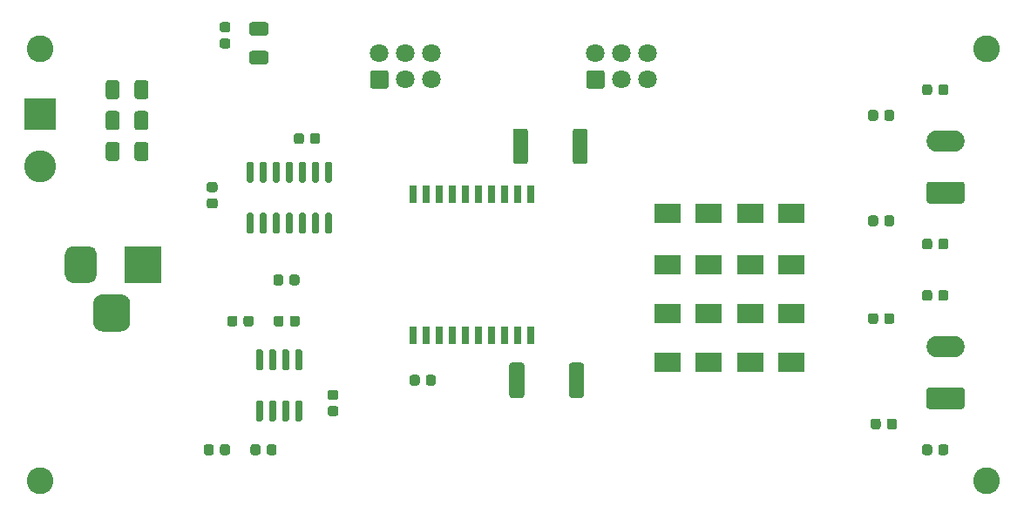
<source format=gbr>
%TF.GenerationSoftware,KiCad,Pcbnew,5.1.6-c6e7f7d~86~ubuntu20.04.1*%
%TF.CreationDate,2020-06-23T12:58:49+02:00*%
%TF.ProjectId,BoostModule,426f6f73-744d-46f6-9475-6c652e6b6963,rev?*%
%TF.SameCoordinates,Original*%
%TF.FileFunction,Soldermask,Top*%
%TF.FilePolarity,Negative*%
%FSLAX46Y46*%
G04 Gerber Fmt 4.6, Leading zero omitted, Abs format (unit mm)*
G04 Created by KiCad (PCBNEW 5.1.6-c6e7f7d~86~ubuntu20.04.1) date 2020-06-23 12:58:49*
%MOMM*%
%LPD*%
G01*
G04 APERTURE LIST*
%ADD10C,3.100000*%
%ADD11R,3.100000X3.100000*%
%ADD12R,2.600000X1.900000*%
%ADD13C,2.600000*%
%ADD14R,0.800000X1.800000*%
%ADD15O,3.700000X2.100000*%
%ADD16C,1.800000*%
%ADD17R,3.600000X3.600000*%
G04 APERTURE END LIST*
D10*
%TO.C,J6*%
X104064000Y-65456000D03*
D11*
X104064000Y-60376000D03*
%TD*%
D12*
%TO.C,D12*%
X177000000Y-70000000D03*
X173000000Y-70000000D03*
%TD*%
%TO.C,D11*%
X169000000Y-70000000D03*
X165000000Y-70000000D03*
%TD*%
%TO.C,D10*%
X177000000Y-75000000D03*
X173000000Y-75000000D03*
%TD*%
%TO.C,D9*%
X169000000Y-75000000D03*
X165000000Y-75000000D03*
%TD*%
%TO.C,D8*%
X177000000Y-79750000D03*
X173000000Y-79750000D03*
%TD*%
%TO.C,D7*%
X169000000Y-79750000D03*
X165000000Y-79750000D03*
%TD*%
%TO.C,D6*%
X177000000Y-84500000D03*
X173000000Y-84500000D03*
%TD*%
%TO.C,D5*%
X169000000Y-84500000D03*
X165000000Y-84500000D03*
%TD*%
%TO.C,C8*%
G36*
G01*
X132781250Y-88162500D02*
X132218750Y-88162500D01*
G75*
G02*
X131975000Y-87918750I0J243750D01*
G01*
X131975000Y-87431250D01*
G75*
G02*
X132218750Y-87187500I243750J0D01*
G01*
X132781250Y-87187500D01*
G75*
G02*
X133025000Y-87431250I0J-243750D01*
G01*
X133025000Y-87918750D01*
G75*
G02*
X132781250Y-88162500I-243750J0D01*
G01*
G37*
G36*
G01*
X132781250Y-89737500D02*
X132218750Y-89737500D01*
G75*
G02*
X131975000Y-89493750I0J243750D01*
G01*
X131975000Y-89006250D01*
G75*
G02*
X132218750Y-88762500I243750J0D01*
G01*
X132781250Y-88762500D01*
G75*
G02*
X133025000Y-89006250I0J-243750D01*
G01*
X133025000Y-89493750D01*
G75*
G02*
X132781250Y-89737500I-243750J0D01*
G01*
G37*
%TD*%
%TO.C,C7*%
G36*
G01*
X120468750Y-68562500D02*
X121031250Y-68562500D01*
G75*
G02*
X121275000Y-68806250I0J-243750D01*
G01*
X121275000Y-69293750D01*
G75*
G02*
X121031250Y-69537500I-243750J0D01*
G01*
X120468750Y-69537500D01*
G75*
G02*
X120225000Y-69293750I0J243750D01*
G01*
X120225000Y-68806250D01*
G75*
G02*
X120468750Y-68562500I243750J0D01*
G01*
G37*
G36*
G01*
X120468750Y-66987500D02*
X121031250Y-66987500D01*
G75*
G02*
X121275000Y-67231250I0J-243750D01*
G01*
X121275000Y-67718750D01*
G75*
G02*
X121031250Y-67962500I-243750J0D01*
G01*
X120468750Y-67962500D01*
G75*
G02*
X120225000Y-67718750I0J243750D01*
G01*
X120225000Y-67231250D01*
G75*
G02*
X120468750Y-66987500I243750J0D01*
G01*
G37*
%TD*%
%TO.C,C6*%
G36*
G01*
X113212500Y-58655000D02*
X113212500Y-57345000D01*
G75*
G02*
X113482500Y-57075000I270000J0D01*
G01*
X114292500Y-57075000D01*
G75*
G02*
X114562500Y-57345000I0J-270000D01*
G01*
X114562500Y-58655000D01*
G75*
G02*
X114292500Y-58925000I-270000J0D01*
G01*
X113482500Y-58925000D01*
G75*
G02*
X113212500Y-58655000I0J270000D01*
G01*
G37*
G36*
G01*
X110412500Y-58655000D02*
X110412500Y-57345000D01*
G75*
G02*
X110682500Y-57075000I270000J0D01*
G01*
X111492500Y-57075000D01*
G75*
G02*
X111762500Y-57345000I0J-270000D01*
G01*
X111762500Y-58655000D01*
G75*
G02*
X111492500Y-58925000I-270000J0D01*
G01*
X110682500Y-58925000D01*
G75*
G02*
X110412500Y-58655000I0J270000D01*
G01*
G37*
%TD*%
%TO.C,C5*%
G36*
G01*
X113212500Y-64655000D02*
X113212500Y-63345000D01*
G75*
G02*
X113482500Y-63075000I270000J0D01*
G01*
X114292500Y-63075000D01*
G75*
G02*
X114562500Y-63345000I0J-270000D01*
G01*
X114562500Y-64655000D01*
G75*
G02*
X114292500Y-64925000I-270000J0D01*
G01*
X113482500Y-64925000D01*
G75*
G02*
X113212500Y-64655000I0J270000D01*
G01*
G37*
G36*
G01*
X110412500Y-64655000D02*
X110412500Y-63345000D01*
G75*
G02*
X110682500Y-63075000I270000J0D01*
G01*
X111492500Y-63075000D01*
G75*
G02*
X111762500Y-63345000I0J-270000D01*
G01*
X111762500Y-64655000D01*
G75*
G02*
X111492500Y-64925000I-270000J0D01*
G01*
X110682500Y-64925000D01*
G75*
G02*
X110412500Y-64655000I0J270000D01*
G01*
G37*
%TD*%
%TO.C,C4*%
G36*
G01*
X113212500Y-61655000D02*
X113212500Y-60345000D01*
G75*
G02*
X113482500Y-60075000I270000J0D01*
G01*
X114292500Y-60075000D01*
G75*
G02*
X114562500Y-60345000I0J-270000D01*
G01*
X114562500Y-61655000D01*
G75*
G02*
X114292500Y-61925000I-270000J0D01*
G01*
X113482500Y-61925000D01*
G75*
G02*
X113212500Y-61655000I0J270000D01*
G01*
G37*
G36*
G01*
X110412500Y-61655000D02*
X110412500Y-60345000D01*
G75*
G02*
X110682500Y-60075000I270000J0D01*
G01*
X111492500Y-60075000D01*
G75*
G02*
X111762500Y-60345000I0J-270000D01*
G01*
X111762500Y-61655000D01*
G75*
G02*
X111492500Y-61925000I-270000J0D01*
G01*
X110682500Y-61925000D01*
G75*
G02*
X110412500Y-61655000I0J270000D01*
G01*
G37*
%TD*%
%TO.C,C3*%
G36*
G01*
X122281250Y-52412500D02*
X121718750Y-52412500D01*
G75*
G02*
X121475000Y-52168750I0J243750D01*
G01*
X121475000Y-51681250D01*
G75*
G02*
X121718750Y-51437500I243750J0D01*
G01*
X122281250Y-51437500D01*
G75*
G02*
X122525000Y-51681250I0J-243750D01*
G01*
X122525000Y-52168750D01*
G75*
G02*
X122281250Y-52412500I-243750J0D01*
G01*
G37*
G36*
G01*
X122281250Y-53987500D02*
X121718750Y-53987500D01*
G75*
G02*
X121475000Y-53743750I0J243750D01*
G01*
X121475000Y-53256250D01*
G75*
G02*
X121718750Y-53012500I243750J0D01*
G01*
X122281250Y-53012500D01*
G75*
G02*
X122525000Y-53256250I0J-243750D01*
G01*
X122525000Y-53743750D01*
G75*
G02*
X122281250Y-53987500I-243750J0D01*
G01*
G37*
%TD*%
%TO.C,C2*%
G36*
G01*
X125945000Y-52762500D02*
X124635000Y-52762500D01*
G75*
G02*
X124365000Y-52492500I0J270000D01*
G01*
X124365000Y-51682500D01*
G75*
G02*
X124635000Y-51412500I270000J0D01*
G01*
X125945000Y-51412500D01*
G75*
G02*
X126215000Y-51682500I0J-270000D01*
G01*
X126215000Y-52492500D01*
G75*
G02*
X125945000Y-52762500I-270000J0D01*
G01*
G37*
G36*
G01*
X125945000Y-55562500D02*
X124635000Y-55562500D01*
G75*
G02*
X124365000Y-55292500I0J270000D01*
G01*
X124365000Y-54482500D01*
G75*
G02*
X124635000Y-54212500I270000J0D01*
G01*
X125945000Y-54212500D01*
G75*
G02*
X126215000Y-54482500I0J-270000D01*
G01*
X126215000Y-55292500D01*
G75*
G02*
X125945000Y-55562500I-270000J0D01*
G01*
G37*
%TD*%
%TO.C,C1*%
G36*
G01*
X140912500Y-85968750D02*
X140912500Y-86531250D01*
G75*
G02*
X140668750Y-86775000I-243750J0D01*
G01*
X140181250Y-86775000D01*
G75*
G02*
X139937500Y-86531250I0J243750D01*
G01*
X139937500Y-85968750D01*
G75*
G02*
X140181250Y-85725000I243750J0D01*
G01*
X140668750Y-85725000D01*
G75*
G02*
X140912500Y-85968750I0J-243750D01*
G01*
G37*
G36*
G01*
X142487500Y-85968750D02*
X142487500Y-86531250D01*
G75*
G02*
X142243750Y-86775000I-243750J0D01*
G01*
X141756250Y-86775000D01*
G75*
G02*
X141512500Y-86531250I0J243750D01*
G01*
X141512500Y-85968750D01*
G75*
G02*
X141756250Y-85725000I243750J0D01*
G01*
X142243750Y-85725000D01*
G75*
G02*
X142487500Y-85968750I0J-243750D01*
G01*
G37*
%TD*%
%TO.C,D3*%
G36*
G01*
X190700000Y-77718750D02*
X190700000Y-78281250D01*
G75*
G02*
X190456250Y-78525000I-243750J0D01*
G01*
X189968750Y-78525000D01*
G75*
G02*
X189725000Y-78281250I0J243750D01*
G01*
X189725000Y-77718750D01*
G75*
G02*
X189968750Y-77475000I243750J0D01*
G01*
X190456250Y-77475000D01*
G75*
G02*
X190700000Y-77718750I0J-243750D01*
G01*
G37*
G36*
G01*
X192275000Y-77718750D02*
X192275000Y-78281250D01*
G75*
G02*
X192031250Y-78525000I-243750J0D01*
G01*
X191543750Y-78525000D01*
G75*
G02*
X191300000Y-78281250I0J243750D01*
G01*
X191300000Y-77718750D01*
G75*
G02*
X191543750Y-77475000I243750J0D01*
G01*
X192031250Y-77475000D01*
G75*
G02*
X192275000Y-77718750I0J-243750D01*
G01*
G37*
%TD*%
%TO.C,D4*%
G36*
G01*
X190700000Y-92718750D02*
X190700000Y-93281250D01*
G75*
G02*
X190456250Y-93525000I-243750J0D01*
G01*
X189968750Y-93525000D01*
G75*
G02*
X189725000Y-93281250I0J243750D01*
G01*
X189725000Y-92718750D01*
G75*
G02*
X189968750Y-92475000I243750J0D01*
G01*
X190456250Y-92475000D01*
G75*
G02*
X190700000Y-92718750I0J-243750D01*
G01*
G37*
G36*
G01*
X192275000Y-92718750D02*
X192275000Y-93281250D01*
G75*
G02*
X192031250Y-93525000I-243750J0D01*
G01*
X191543750Y-93525000D01*
G75*
G02*
X191300000Y-93281250I0J243750D01*
G01*
X191300000Y-92718750D01*
G75*
G02*
X191543750Y-92475000I243750J0D01*
G01*
X192031250Y-92475000D01*
G75*
G02*
X192275000Y-92718750I0J-243750D01*
G01*
G37*
%TD*%
%TO.C,D2*%
G36*
G01*
X190700000Y-72718750D02*
X190700000Y-73281250D01*
G75*
G02*
X190456250Y-73525000I-243750J0D01*
G01*
X189968750Y-73525000D01*
G75*
G02*
X189725000Y-73281250I0J243750D01*
G01*
X189725000Y-72718750D01*
G75*
G02*
X189968750Y-72475000I243750J0D01*
G01*
X190456250Y-72475000D01*
G75*
G02*
X190700000Y-72718750I0J-243750D01*
G01*
G37*
G36*
G01*
X192275000Y-72718750D02*
X192275000Y-73281250D01*
G75*
G02*
X192031250Y-73525000I-243750J0D01*
G01*
X191543750Y-73525000D01*
G75*
G02*
X191300000Y-73281250I0J243750D01*
G01*
X191300000Y-72718750D01*
G75*
G02*
X191543750Y-72475000I243750J0D01*
G01*
X192031250Y-72475000D01*
G75*
G02*
X192275000Y-72718750I0J-243750D01*
G01*
G37*
%TD*%
%TO.C,D1*%
G36*
G01*
X190700000Y-57718750D02*
X190700000Y-58281250D01*
G75*
G02*
X190456250Y-58525000I-243750J0D01*
G01*
X189968750Y-58525000D01*
G75*
G02*
X189725000Y-58281250I0J243750D01*
G01*
X189725000Y-57718750D01*
G75*
G02*
X189968750Y-57475000I243750J0D01*
G01*
X190456250Y-57475000D01*
G75*
G02*
X190700000Y-57718750I0J-243750D01*
G01*
G37*
G36*
G01*
X192275000Y-57718750D02*
X192275000Y-58281250D01*
G75*
G02*
X192031250Y-58525000I-243750J0D01*
G01*
X191543750Y-58525000D01*
G75*
G02*
X191300000Y-58281250I0J243750D01*
G01*
X191300000Y-57718750D01*
G75*
G02*
X191543750Y-57475000I243750J0D01*
G01*
X192031250Y-57475000D01*
G75*
G02*
X192275000Y-57718750I0J-243750D01*
G01*
G37*
%TD*%
%TO.C,R12*%
G36*
G01*
X155425000Y-87706482D02*
X155425000Y-84793518D01*
G75*
G02*
X155693518Y-84525000I268518J0D01*
G01*
X156606482Y-84525000D01*
G75*
G02*
X156875000Y-84793518I0J-268518D01*
G01*
X156875000Y-87706482D01*
G75*
G02*
X156606482Y-87975000I-268518J0D01*
G01*
X155693518Y-87975000D01*
G75*
G02*
X155425000Y-87706482I0J268518D01*
G01*
G37*
G36*
G01*
X149625000Y-87706482D02*
X149625000Y-84793518D01*
G75*
G02*
X149893518Y-84525000I268518J0D01*
G01*
X150806482Y-84525000D01*
G75*
G02*
X151075000Y-84793518I0J-268518D01*
G01*
X151075000Y-87706482D01*
G75*
G02*
X150806482Y-87975000I-268518J0D01*
G01*
X149893518Y-87975000D01*
G75*
G02*
X149625000Y-87706482I0J268518D01*
G01*
G37*
%TD*%
%TO.C,R11*%
G36*
G01*
X155775000Y-64956482D02*
X155775000Y-62043518D01*
G75*
G02*
X156043518Y-61775000I268518J0D01*
G01*
X156956482Y-61775000D01*
G75*
G02*
X157225000Y-62043518I0J-268518D01*
G01*
X157225000Y-64956482D01*
G75*
G02*
X156956482Y-65225000I-268518J0D01*
G01*
X156043518Y-65225000D01*
G75*
G02*
X155775000Y-64956482I0J268518D01*
G01*
G37*
G36*
G01*
X149975000Y-64956482D02*
X149975000Y-62043518D01*
G75*
G02*
X150243518Y-61775000I268518J0D01*
G01*
X151156482Y-61775000D01*
G75*
G02*
X151425000Y-62043518I0J-268518D01*
G01*
X151425000Y-64956482D01*
G75*
G02*
X151156482Y-65225000I-268518J0D01*
G01*
X150243518Y-65225000D01*
G75*
G02*
X149975000Y-64956482I0J268518D01*
G01*
G37*
%TD*%
%TO.C,R10*%
G36*
G01*
X127700000Y-80218750D02*
X127700000Y-80781250D01*
G75*
G02*
X127456250Y-81025000I-243750J0D01*
G01*
X126968750Y-81025000D01*
G75*
G02*
X126725000Y-80781250I0J243750D01*
G01*
X126725000Y-80218750D01*
G75*
G02*
X126968750Y-79975000I243750J0D01*
G01*
X127456250Y-79975000D01*
G75*
G02*
X127700000Y-80218750I0J-243750D01*
G01*
G37*
G36*
G01*
X129275000Y-80218750D02*
X129275000Y-80781250D01*
G75*
G02*
X129031250Y-81025000I-243750J0D01*
G01*
X128543750Y-81025000D01*
G75*
G02*
X128300000Y-80781250I0J243750D01*
G01*
X128300000Y-80218750D01*
G75*
G02*
X128543750Y-79975000I243750J0D01*
G01*
X129031250Y-79975000D01*
G75*
G02*
X129275000Y-80218750I0J-243750D01*
G01*
G37*
%TD*%
%TO.C,R9*%
G36*
G01*
X125450000Y-92718750D02*
X125450000Y-93281250D01*
G75*
G02*
X125206250Y-93525000I-243750J0D01*
G01*
X124718750Y-93525000D01*
G75*
G02*
X124475000Y-93281250I0J243750D01*
G01*
X124475000Y-92718750D01*
G75*
G02*
X124718750Y-92475000I243750J0D01*
G01*
X125206250Y-92475000D01*
G75*
G02*
X125450000Y-92718750I0J-243750D01*
G01*
G37*
G36*
G01*
X127025000Y-92718750D02*
X127025000Y-93281250D01*
G75*
G02*
X126781250Y-93525000I-243750J0D01*
G01*
X126293750Y-93525000D01*
G75*
G02*
X126050000Y-93281250I0J243750D01*
G01*
X126050000Y-92718750D01*
G75*
G02*
X126293750Y-92475000I243750J0D01*
G01*
X126781250Y-92475000D01*
G75*
G02*
X127025000Y-92718750I0J-243750D01*
G01*
G37*
%TD*%
%TO.C,R8*%
G36*
G01*
X128262500Y-76781250D02*
X128262500Y-76218750D01*
G75*
G02*
X128506250Y-75975000I243750J0D01*
G01*
X128993750Y-75975000D01*
G75*
G02*
X129237500Y-76218750I0J-243750D01*
G01*
X129237500Y-76781250D01*
G75*
G02*
X128993750Y-77025000I-243750J0D01*
G01*
X128506250Y-77025000D01*
G75*
G02*
X128262500Y-76781250I0J243750D01*
G01*
G37*
G36*
G01*
X126687500Y-76781250D02*
X126687500Y-76218750D01*
G75*
G02*
X126931250Y-75975000I243750J0D01*
G01*
X127418750Y-75975000D01*
G75*
G02*
X127662500Y-76218750I0J-243750D01*
G01*
X127662500Y-76781250D01*
G75*
G02*
X127418750Y-77025000I-243750J0D01*
G01*
X126931250Y-77025000D01*
G75*
G02*
X126687500Y-76781250I0J243750D01*
G01*
G37*
%TD*%
%TO.C,R7*%
G36*
G01*
X130262500Y-63031250D02*
X130262500Y-62468750D01*
G75*
G02*
X130506250Y-62225000I243750J0D01*
G01*
X130993750Y-62225000D01*
G75*
G02*
X131237500Y-62468750I0J-243750D01*
G01*
X131237500Y-63031250D01*
G75*
G02*
X130993750Y-63275000I-243750J0D01*
G01*
X130506250Y-63275000D01*
G75*
G02*
X130262500Y-63031250I0J243750D01*
G01*
G37*
G36*
G01*
X128687500Y-63031250D02*
X128687500Y-62468750D01*
G75*
G02*
X128931250Y-62225000I243750J0D01*
G01*
X129418750Y-62225000D01*
G75*
G02*
X129662500Y-62468750I0J-243750D01*
G01*
X129662500Y-63031250D01*
G75*
G02*
X129418750Y-63275000I-243750J0D01*
G01*
X128931250Y-63275000D01*
G75*
G02*
X128687500Y-63031250I0J243750D01*
G01*
G37*
%TD*%
%TO.C,R6*%
G36*
G01*
X120912500Y-92718750D02*
X120912500Y-93281250D01*
G75*
G02*
X120668750Y-93525000I-243750J0D01*
G01*
X120181250Y-93525000D01*
G75*
G02*
X119937500Y-93281250I0J243750D01*
G01*
X119937500Y-92718750D01*
G75*
G02*
X120181250Y-92475000I243750J0D01*
G01*
X120668750Y-92475000D01*
G75*
G02*
X120912500Y-92718750I0J-243750D01*
G01*
G37*
G36*
G01*
X122487500Y-92718750D02*
X122487500Y-93281250D01*
G75*
G02*
X122243750Y-93525000I-243750J0D01*
G01*
X121756250Y-93525000D01*
G75*
G02*
X121512500Y-93281250I0J243750D01*
G01*
X121512500Y-92718750D01*
G75*
G02*
X121756250Y-92475000I243750J0D01*
G01*
X122243750Y-92475000D01*
G75*
G02*
X122487500Y-92718750I0J-243750D01*
G01*
G37*
%TD*%
%TO.C,R5*%
G36*
G01*
X123200000Y-80218750D02*
X123200000Y-80781250D01*
G75*
G02*
X122956250Y-81025000I-243750J0D01*
G01*
X122468750Y-81025000D01*
G75*
G02*
X122225000Y-80781250I0J243750D01*
G01*
X122225000Y-80218750D01*
G75*
G02*
X122468750Y-79975000I243750J0D01*
G01*
X122956250Y-79975000D01*
G75*
G02*
X123200000Y-80218750I0J-243750D01*
G01*
G37*
G36*
G01*
X124775000Y-80218750D02*
X124775000Y-80781250D01*
G75*
G02*
X124531250Y-81025000I-243750J0D01*
G01*
X124043750Y-81025000D01*
G75*
G02*
X123800000Y-80781250I0J243750D01*
G01*
X123800000Y-80218750D01*
G75*
G02*
X124043750Y-79975000I243750J0D01*
G01*
X124531250Y-79975000D01*
G75*
G02*
X124775000Y-80218750I0J-243750D01*
G01*
G37*
%TD*%
%TO.C,R4*%
G36*
G01*
X186300000Y-90781250D02*
X186300000Y-90218750D01*
G75*
G02*
X186543750Y-89975000I243750J0D01*
G01*
X187031250Y-89975000D01*
G75*
G02*
X187275000Y-90218750I0J-243750D01*
G01*
X187275000Y-90781250D01*
G75*
G02*
X187031250Y-91025000I-243750J0D01*
G01*
X186543750Y-91025000D01*
G75*
G02*
X186300000Y-90781250I0J243750D01*
G01*
G37*
G36*
G01*
X184725000Y-90781250D02*
X184725000Y-90218750D01*
G75*
G02*
X184968750Y-89975000I243750J0D01*
G01*
X185456250Y-89975000D01*
G75*
G02*
X185700000Y-90218750I0J-243750D01*
G01*
X185700000Y-90781250D01*
G75*
G02*
X185456250Y-91025000I-243750J0D01*
G01*
X184968750Y-91025000D01*
G75*
G02*
X184725000Y-90781250I0J243750D01*
G01*
G37*
%TD*%
%TO.C,R3*%
G36*
G01*
X186050000Y-80531250D02*
X186050000Y-79968750D01*
G75*
G02*
X186293750Y-79725000I243750J0D01*
G01*
X186781250Y-79725000D01*
G75*
G02*
X187025000Y-79968750I0J-243750D01*
G01*
X187025000Y-80531250D01*
G75*
G02*
X186781250Y-80775000I-243750J0D01*
G01*
X186293750Y-80775000D01*
G75*
G02*
X186050000Y-80531250I0J243750D01*
G01*
G37*
G36*
G01*
X184475000Y-80531250D02*
X184475000Y-79968750D01*
G75*
G02*
X184718750Y-79725000I243750J0D01*
G01*
X185206250Y-79725000D01*
G75*
G02*
X185450000Y-79968750I0J-243750D01*
G01*
X185450000Y-80531250D01*
G75*
G02*
X185206250Y-80775000I-243750J0D01*
G01*
X184718750Y-80775000D01*
G75*
G02*
X184475000Y-80531250I0J243750D01*
G01*
G37*
%TD*%
%TO.C,R2*%
G36*
G01*
X186050000Y-71031250D02*
X186050000Y-70468750D01*
G75*
G02*
X186293750Y-70225000I243750J0D01*
G01*
X186781250Y-70225000D01*
G75*
G02*
X187025000Y-70468750I0J-243750D01*
G01*
X187025000Y-71031250D01*
G75*
G02*
X186781250Y-71275000I-243750J0D01*
G01*
X186293750Y-71275000D01*
G75*
G02*
X186050000Y-71031250I0J243750D01*
G01*
G37*
G36*
G01*
X184475000Y-71031250D02*
X184475000Y-70468750D01*
G75*
G02*
X184718750Y-70225000I243750J0D01*
G01*
X185206250Y-70225000D01*
G75*
G02*
X185450000Y-70468750I0J-243750D01*
G01*
X185450000Y-71031250D01*
G75*
G02*
X185206250Y-71275000I-243750J0D01*
G01*
X184718750Y-71275000D01*
G75*
G02*
X184475000Y-71031250I0J243750D01*
G01*
G37*
%TD*%
%TO.C,R1*%
G36*
G01*
X186050000Y-60781250D02*
X186050000Y-60218750D01*
G75*
G02*
X186293750Y-59975000I243750J0D01*
G01*
X186781250Y-59975000D01*
G75*
G02*
X187025000Y-60218750I0J-243750D01*
G01*
X187025000Y-60781250D01*
G75*
G02*
X186781250Y-61025000I-243750J0D01*
G01*
X186293750Y-61025000D01*
G75*
G02*
X186050000Y-60781250I0J243750D01*
G01*
G37*
G36*
G01*
X184475000Y-60781250D02*
X184475000Y-60218750D01*
G75*
G02*
X184718750Y-59975000I243750J0D01*
G01*
X185206250Y-59975000D01*
G75*
G02*
X185450000Y-60218750I0J-243750D01*
G01*
X185450000Y-60781250D01*
G75*
G02*
X185206250Y-61025000I-243750J0D01*
G01*
X184718750Y-61025000D01*
G75*
G02*
X184475000Y-60781250I0J243750D01*
G01*
G37*
%TD*%
D13*
%TO.C,H4*%
X196000000Y-96000000D03*
%TD*%
%TO.C,H3*%
X196000000Y-54000000D03*
%TD*%
%TO.C,H2*%
X104000000Y-54000000D03*
%TD*%
%TO.C,H1*%
X104000000Y-96000000D03*
%TD*%
D14*
%TO.C,U3*%
X151715000Y-81850000D03*
X150445000Y-81850000D03*
X149175000Y-81850000D03*
X147905000Y-81850000D03*
X146635000Y-81850000D03*
X145365000Y-81850000D03*
X144095000Y-81850000D03*
X142825000Y-81850000D03*
X141555000Y-81850000D03*
X140285000Y-81850000D03*
X140285000Y-68150000D03*
X141555000Y-68150000D03*
X142825000Y-68150000D03*
X144095000Y-68150000D03*
X145365000Y-68150000D03*
X146635000Y-68150000D03*
X147905000Y-68150000D03*
X149175000Y-68150000D03*
X150445000Y-68150000D03*
X151715000Y-68150000D03*
%TD*%
%TO.C,U2*%
G36*
G01*
X131885000Y-69950000D02*
X132235000Y-69950000D01*
G75*
G02*
X132410000Y-70125000I0J-175000D01*
G01*
X132410000Y-71825000D01*
G75*
G02*
X132235000Y-72000000I-175000J0D01*
G01*
X131885000Y-72000000D01*
G75*
G02*
X131710000Y-71825000I0J175000D01*
G01*
X131710000Y-70125000D01*
G75*
G02*
X131885000Y-69950000I175000J0D01*
G01*
G37*
G36*
G01*
X130615000Y-69950000D02*
X130965000Y-69950000D01*
G75*
G02*
X131140000Y-70125000I0J-175000D01*
G01*
X131140000Y-71825000D01*
G75*
G02*
X130965000Y-72000000I-175000J0D01*
G01*
X130615000Y-72000000D01*
G75*
G02*
X130440000Y-71825000I0J175000D01*
G01*
X130440000Y-70125000D01*
G75*
G02*
X130615000Y-69950000I175000J0D01*
G01*
G37*
G36*
G01*
X129345000Y-69950000D02*
X129695000Y-69950000D01*
G75*
G02*
X129870000Y-70125000I0J-175000D01*
G01*
X129870000Y-71825000D01*
G75*
G02*
X129695000Y-72000000I-175000J0D01*
G01*
X129345000Y-72000000D01*
G75*
G02*
X129170000Y-71825000I0J175000D01*
G01*
X129170000Y-70125000D01*
G75*
G02*
X129345000Y-69950000I175000J0D01*
G01*
G37*
G36*
G01*
X128075000Y-69950000D02*
X128425000Y-69950000D01*
G75*
G02*
X128600000Y-70125000I0J-175000D01*
G01*
X128600000Y-71825000D01*
G75*
G02*
X128425000Y-72000000I-175000J0D01*
G01*
X128075000Y-72000000D01*
G75*
G02*
X127900000Y-71825000I0J175000D01*
G01*
X127900000Y-70125000D01*
G75*
G02*
X128075000Y-69950000I175000J0D01*
G01*
G37*
G36*
G01*
X126805000Y-69950000D02*
X127155000Y-69950000D01*
G75*
G02*
X127330000Y-70125000I0J-175000D01*
G01*
X127330000Y-71825000D01*
G75*
G02*
X127155000Y-72000000I-175000J0D01*
G01*
X126805000Y-72000000D01*
G75*
G02*
X126630000Y-71825000I0J175000D01*
G01*
X126630000Y-70125000D01*
G75*
G02*
X126805000Y-69950000I175000J0D01*
G01*
G37*
G36*
G01*
X125535000Y-69950000D02*
X125885000Y-69950000D01*
G75*
G02*
X126060000Y-70125000I0J-175000D01*
G01*
X126060000Y-71825000D01*
G75*
G02*
X125885000Y-72000000I-175000J0D01*
G01*
X125535000Y-72000000D01*
G75*
G02*
X125360000Y-71825000I0J175000D01*
G01*
X125360000Y-70125000D01*
G75*
G02*
X125535000Y-69950000I175000J0D01*
G01*
G37*
G36*
G01*
X124265000Y-69950000D02*
X124615000Y-69950000D01*
G75*
G02*
X124790000Y-70125000I0J-175000D01*
G01*
X124790000Y-71825000D01*
G75*
G02*
X124615000Y-72000000I-175000J0D01*
G01*
X124265000Y-72000000D01*
G75*
G02*
X124090000Y-71825000I0J175000D01*
G01*
X124090000Y-70125000D01*
G75*
G02*
X124265000Y-69950000I175000J0D01*
G01*
G37*
G36*
G01*
X124265000Y-65000000D02*
X124615000Y-65000000D01*
G75*
G02*
X124790000Y-65175000I0J-175000D01*
G01*
X124790000Y-66875000D01*
G75*
G02*
X124615000Y-67050000I-175000J0D01*
G01*
X124265000Y-67050000D01*
G75*
G02*
X124090000Y-66875000I0J175000D01*
G01*
X124090000Y-65175000D01*
G75*
G02*
X124265000Y-65000000I175000J0D01*
G01*
G37*
G36*
G01*
X125535000Y-65000000D02*
X125885000Y-65000000D01*
G75*
G02*
X126060000Y-65175000I0J-175000D01*
G01*
X126060000Y-66875000D01*
G75*
G02*
X125885000Y-67050000I-175000J0D01*
G01*
X125535000Y-67050000D01*
G75*
G02*
X125360000Y-66875000I0J175000D01*
G01*
X125360000Y-65175000D01*
G75*
G02*
X125535000Y-65000000I175000J0D01*
G01*
G37*
G36*
G01*
X126805000Y-65000000D02*
X127155000Y-65000000D01*
G75*
G02*
X127330000Y-65175000I0J-175000D01*
G01*
X127330000Y-66875000D01*
G75*
G02*
X127155000Y-67050000I-175000J0D01*
G01*
X126805000Y-67050000D01*
G75*
G02*
X126630000Y-66875000I0J175000D01*
G01*
X126630000Y-65175000D01*
G75*
G02*
X126805000Y-65000000I175000J0D01*
G01*
G37*
G36*
G01*
X128075000Y-65000000D02*
X128425000Y-65000000D01*
G75*
G02*
X128600000Y-65175000I0J-175000D01*
G01*
X128600000Y-66875000D01*
G75*
G02*
X128425000Y-67050000I-175000J0D01*
G01*
X128075000Y-67050000D01*
G75*
G02*
X127900000Y-66875000I0J175000D01*
G01*
X127900000Y-65175000D01*
G75*
G02*
X128075000Y-65000000I175000J0D01*
G01*
G37*
G36*
G01*
X129345000Y-65000000D02*
X129695000Y-65000000D01*
G75*
G02*
X129870000Y-65175000I0J-175000D01*
G01*
X129870000Y-66875000D01*
G75*
G02*
X129695000Y-67050000I-175000J0D01*
G01*
X129345000Y-67050000D01*
G75*
G02*
X129170000Y-66875000I0J175000D01*
G01*
X129170000Y-65175000D01*
G75*
G02*
X129345000Y-65000000I175000J0D01*
G01*
G37*
G36*
G01*
X130615000Y-65000000D02*
X130965000Y-65000000D01*
G75*
G02*
X131140000Y-65175000I0J-175000D01*
G01*
X131140000Y-66875000D01*
G75*
G02*
X130965000Y-67050000I-175000J0D01*
G01*
X130615000Y-67050000D01*
G75*
G02*
X130440000Y-66875000I0J175000D01*
G01*
X130440000Y-65175000D01*
G75*
G02*
X130615000Y-65000000I175000J0D01*
G01*
G37*
G36*
G01*
X131885000Y-65000000D02*
X132235000Y-65000000D01*
G75*
G02*
X132410000Y-65175000I0J-175000D01*
G01*
X132410000Y-66875000D01*
G75*
G02*
X132235000Y-67050000I-175000J0D01*
G01*
X131885000Y-67050000D01*
G75*
G02*
X131710000Y-66875000I0J175000D01*
G01*
X131710000Y-65175000D01*
G75*
G02*
X131885000Y-65000000I175000J0D01*
G01*
G37*
%TD*%
%TO.C,U1*%
G36*
G01*
X128980000Y-88200000D02*
X129330000Y-88200000D01*
G75*
G02*
X129505000Y-88375000I0J-175000D01*
G01*
X129505000Y-90075000D01*
G75*
G02*
X129330000Y-90250000I-175000J0D01*
G01*
X128980000Y-90250000D01*
G75*
G02*
X128805000Y-90075000I0J175000D01*
G01*
X128805000Y-88375000D01*
G75*
G02*
X128980000Y-88200000I175000J0D01*
G01*
G37*
G36*
G01*
X127710000Y-88200000D02*
X128060000Y-88200000D01*
G75*
G02*
X128235000Y-88375000I0J-175000D01*
G01*
X128235000Y-90075000D01*
G75*
G02*
X128060000Y-90250000I-175000J0D01*
G01*
X127710000Y-90250000D01*
G75*
G02*
X127535000Y-90075000I0J175000D01*
G01*
X127535000Y-88375000D01*
G75*
G02*
X127710000Y-88200000I175000J0D01*
G01*
G37*
G36*
G01*
X126440000Y-88200000D02*
X126790000Y-88200000D01*
G75*
G02*
X126965000Y-88375000I0J-175000D01*
G01*
X126965000Y-90075000D01*
G75*
G02*
X126790000Y-90250000I-175000J0D01*
G01*
X126440000Y-90250000D01*
G75*
G02*
X126265000Y-90075000I0J175000D01*
G01*
X126265000Y-88375000D01*
G75*
G02*
X126440000Y-88200000I175000J0D01*
G01*
G37*
G36*
G01*
X125170000Y-88200000D02*
X125520000Y-88200000D01*
G75*
G02*
X125695000Y-88375000I0J-175000D01*
G01*
X125695000Y-90075000D01*
G75*
G02*
X125520000Y-90250000I-175000J0D01*
G01*
X125170000Y-90250000D01*
G75*
G02*
X124995000Y-90075000I0J175000D01*
G01*
X124995000Y-88375000D01*
G75*
G02*
X125170000Y-88200000I175000J0D01*
G01*
G37*
G36*
G01*
X125170000Y-83250000D02*
X125520000Y-83250000D01*
G75*
G02*
X125695000Y-83425000I0J-175000D01*
G01*
X125695000Y-85125000D01*
G75*
G02*
X125520000Y-85300000I-175000J0D01*
G01*
X125170000Y-85300000D01*
G75*
G02*
X124995000Y-85125000I0J175000D01*
G01*
X124995000Y-83425000D01*
G75*
G02*
X125170000Y-83250000I175000J0D01*
G01*
G37*
G36*
G01*
X126440000Y-83250000D02*
X126790000Y-83250000D01*
G75*
G02*
X126965000Y-83425000I0J-175000D01*
G01*
X126965000Y-85125000D01*
G75*
G02*
X126790000Y-85300000I-175000J0D01*
G01*
X126440000Y-85300000D01*
G75*
G02*
X126265000Y-85125000I0J175000D01*
G01*
X126265000Y-83425000D01*
G75*
G02*
X126440000Y-83250000I175000J0D01*
G01*
G37*
G36*
G01*
X127710000Y-83250000D02*
X128060000Y-83250000D01*
G75*
G02*
X128235000Y-83425000I0J-175000D01*
G01*
X128235000Y-85125000D01*
G75*
G02*
X128060000Y-85300000I-175000J0D01*
G01*
X127710000Y-85300000D01*
G75*
G02*
X127535000Y-85125000I0J175000D01*
G01*
X127535000Y-83425000D01*
G75*
G02*
X127710000Y-83250000I175000J0D01*
G01*
G37*
G36*
G01*
X128980000Y-83250000D02*
X129330000Y-83250000D01*
G75*
G02*
X129505000Y-83425000I0J-175000D01*
G01*
X129505000Y-85125000D01*
G75*
G02*
X129330000Y-85300000I-175000J0D01*
G01*
X128980000Y-85300000D01*
G75*
G02*
X128805000Y-85125000I0J175000D01*
G01*
X128805000Y-83425000D01*
G75*
G02*
X128980000Y-83250000I175000J0D01*
G01*
G37*
%TD*%
D15*
%TO.C,J5*%
X192000000Y-83000000D03*
G36*
G01*
X193587500Y-89050000D02*
X190412500Y-89050000D01*
G75*
G02*
X190150000Y-88787500I0J262500D01*
G01*
X190150000Y-87212500D01*
G75*
G02*
X190412500Y-86950000I262500J0D01*
G01*
X193587500Y-86950000D01*
G75*
G02*
X193850000Y-87212500I0J-262500D01*
G01*
X193850000Y-88787500D01*
G75*
G02*
X193587500Y-89050000I-262500J0D01*
G01*
G37*
%TD*%
%TO.C,J4*%
X192000000Y-63000000D03*
G36*
G01*
X193587500Y-69050000D02*
X190412500Y-69050000D01*
G75*
G02*
X190150000Y-68787500I0J262500D01*
G01*
X190150000Y-67212500D01*
G75*
G02*
X190412500Y-66950000I262500J0D01*
G01*
X193587500Y-66950000D01*
G75*
G02*
X193850000Y-67212500I0J-262500D01*
G01*
X193850000Y-68787500D01*
G75*
G02*
X193587500Y-69050000I-262500J0D01*
G01*
G37*
%TD*%
D16*
%TO.C,J3*%
X142080000Y-54460000D03*
X139540000Y-54460000D03*
X137000000Y-54460000D03*
X142080000Y-57000000D03*
X139540000Y-57000000D03*
G36*
G01*
X137635294Y-57900000D02*
X136364706Y-57900000D01*
G75*
G02*
X136100000Y-57635294I0J264706D01*
G01*
X136100000Y-56364706D01*
G75*
G02*
X136364706Y-56100000I264706J0D01*
G01*
X137635294Y-56100000D01*
G75*
G02*
X137900000Y-56364706I0J-264706D01*
G01*
X137900000Y-57635294D01*
G75*
G02*
X137635294Y-57900000I-264706J0D01*
G01*
G37*
%TD*%
%TO.C,J2*%
X163080000Y-54460000D03*
X160540000Y-54460000D03*
X158000000Y-54460000D03*
X163080000Y-57000000D03*
X160540000Y-57000000D03*
G36*
G01*
X158635294Y-57900000D02*
X157364706Y-57900000D01*
G75*
G02*
X157100000Y-57635294I0J264706D01*
G01*
X157100000Y-56364706D01*
G75*
G02*
X157364706Y-56100000I264706J0D01*
G01*
X158635294Y-56100000D01*
G75*
G02*
X158900000Y-56364706I0J-264706D01*
G01*
X158900000Y-57635294D01*
G75*
G02*
X158635294Y-57900000I-264706J0D01*
G01*
G37*
%TD*%
%TO.C,J1*%
G36*
G01*
X109200000Y-80600000D02*
X109200000Y-78800000D01*
G75*
G02*
X110100000Y-77900000I900000J0D01*
G01*
X111900000Y-77900000D01*
G75*
G02*
X112800000Y-78800000I0J-900000D01*
G01*
X112800000Y-80600000D01*
G75*
G02*
X111900000Y-81500000I-900000J0D01*
G01*
X110100000Y-81500000D01*
G75*
G02*
X109200000Y-80600000I0J900000D01*
G01*
G37*
G36*
G01*
X106450000Y-76025000D02*
X106450000Y-73975000D01*
G75*
G02*
X107225000Y-73200000I775000J0D01*
G01*
X108775000Y-73200000D01*
G75*
G02*
X109550000Y-73975000I0J-775000D01*
G01*
X109550000Y-76025000D01*
G75*
G02*
X108775000Y-76800000I-775000J0D01*
G01*
X107225000Y-76800000D01*
G75*
G02*
X106450000Y-76025000I0J775000D01*
G01*
G37*
D17*
X114000000Y-75000000D03*
%TD*%
M02*

</source>
